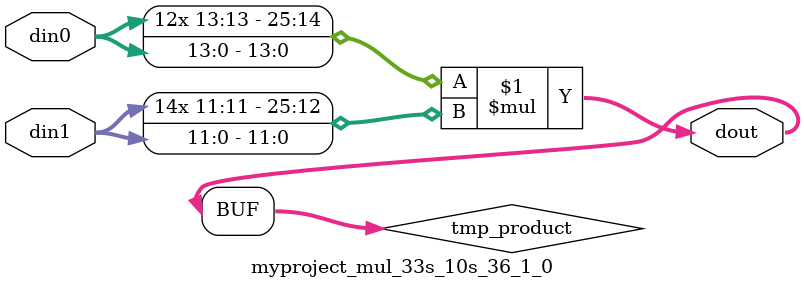
<source format=v>

`timescale 1 ns / 1 ps

  module myproject_mul_33s_10s_36_1_0(din0, din1, dout);
parameter ID = 1;
parameter NUM_STAGE = 0;
parameter din0_WIDTH = 14;
parameter din1_WIDTH = 12;
parameter dout_WIDTH = 26;

input [din0_WIDTH - 1 : 0] din0; 
input [din1_WIDTH - 1 : 0] din1; 
output [dout_WIDTH - 1 : 0] dout;

wire signed [dout_WIDTH - 1 : 0] tmp_product;













assign tmp_product = $signed(din0) * $signed(din1);








assign dout = tmp_product;







endmodule

</source>
